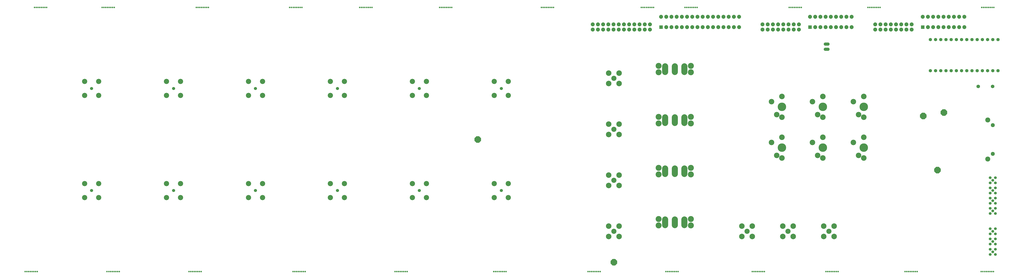
<source format=gbr>
G04 EAGLE Gerber RS-274X export*
G75*
%MOMM*%
%FSLAX34Y34*%
%LPD*%
%INSoldermask Bottom*%
%IPPOS*%
%AMOC8*
5,1,8,0,0,1.08239X$1,22.5*%
G01*
%ADD10C,0.752400*%
%ADD11C,1.502400*%
%ADD12C,2.552400*%
%ADD13C,2.514600*%
%ADD14C,2.705100*%
%ADD15C,1.752400*%
%ADD16C,1.352400*%
%ADD17C,2.927400*%
%ADD18C,2.927400*%
%ADD19P,3.412126X8X22.500000*%
%ADD20C,1.952400*%
%ADD21C,2.452400*%
%ADD22C,2.724000*%
%ADD23C,2.692400*%
%ADD24C,4.152800*%
%ADD25C,1.600200*%
%ADD26P,1.950900X8X22.500000*%
%ADD27R,1.802400X1.802400*%
%ADD28P,1.979475X8X22.500000*%
%ADD29C,1.524000*%


D10*
X4754000Y1447000D03*
X4762500Y1447000D03*
X4771000Y1447000D03*
X4779500Y1447000D03*
X4788000Y1447000D03*
X4796500Y1447000D03*
X4745500Y1447000D03*
X4805000Y1447000D03*
X4198500Y1447000D03*
X4207000Y1447000D03*
X4215500Y1447000D03*
X4224000Y1447000D03*
X4232500Y1447000D03*
X4241000Y1447000D03*
X4190000Y1447000D03*
X4249500Y1447000D03*
X3814500Y1447000D03*
X3823000Y1447000D03*
X3831500Y1447000D03*
X3840000Y1447000D03*
X3848500Y1447000D03*
X3857000Y1447000D03*
X3806000Y1447000D03*
X3865500Y1447000D03*
X3305500Y1447000D03*
X3314000Y1447000D03*
X3322500Y1447000D03*
X3331000Y1447000D03*
X3339500Y1447000D03*
X3348000Y1447000D03*
X3297000Y1447000D03*
X3356500Y1447000D03*
X3092500Y1447000D03*
X3101000Y1447000D03*
X3109500Y1447000D03*
X3118000Y1447000D03*
X3126500Y1447000D03*
X3135000Y1447000D03*
X3084000Y1447000D03*
X3143500Y1447000D03*
X2604500Y1447000D03*
X2613000Y1447000D03*
X2621500Y1447000D03*
X2630000Y1447000D03*
X2638500Y1447000D03*
X2647000Y1447000D03*
X2596000Y1447000D03*
X2655500Y1447000D03*
X2107500Y1447000D03*
X2116000Y1447000D03*
X2124500Y1447000D03*
X2133000Y1447000D03*
X2141500Y1447000D03*
X2150000Y1447000D03*
X2099000Y1447000D03*
X2158500Y1447000D03*
X1717500Y1447000D03*
X1726000Y1447000D03*
X1734500Y1447000D03*
X1743000Y1447000D03*
X1751500Y1447000D03*
X1760000Y1447000D03*
X1709000Y1447000D03*
X1768500Y1447000D03*
X1375500Y1447000D03*
X1384000Y1447000D03*
X1392500Y1447000D03*
X1401000Y1447000D03*
X1409500Y1447000D03*
X1418000Y1447000D03*
X1367000Y1447000D03*
X1426500Y1447000D03*
X919500Y1447000D03*
X928000Y1447000D03*
X936500Y1447000D03*
X945000Y1447000D03*
X953500Y1447000D03*
X962000Y1447000D03*
X911000Y1447000D03*
X970500Y1447000D03*
X459500Y1447000D03*
X468000Y1447000D03*
X476500Y1447000D03*
X485000Y1447000D03*
X493500Y1447000D03*
X502000Y1447000D03*
X451000Y1447000D03*
X510500Y1447000D03*
X129500Y1447000D03*
X138000Y1447000D03*
X146500Y1447000D03*
X155000Y1447000D03*
X163500Y1447000D03*
X172000Y1447000D03*
X121000Y1447000D03*
X180500Y1447000D03*
X126500Y153000D03*
X118000Y153000D03*
X109500Y153000D03*
X101000Y153000D03*
X92500Y153000D03*
X84000Y153000D03*
X135000Y153000D03*
X75500Y153000D03*
X526500Y153000D03*
X518000Y153000D03*
X509500Y153000D03*
X501000Y153000D03*
X492500Y153000D03*
X484000Y153000D03*
X535000Y153000D03*
X475500Y153000D03*
X926500Y153000D03*
X918000Y153000D03*
X909500Y153000D03*
X901000Y153000D03*
X892500Y153000D03*
X884000Y153000D03*
X935000Y153000D03*
X875500Y153000D03*
X1434500Y153000D03*
X1426000Y153000D03*
X1417500Y153000D03*
X1409000Y153000D03*
X1400500Y153000D03*
X1392000Y153000D03*
X1443000Y153000D03*
X1383500Y153000D03*
X1932500Y153000D03*
X1924000Y153000D03*
X1915500Y153000D03*
X1907000Y153000D03*
X1898500Y153000D03*
X1890000Y153000D03*
X1941000Y153000D03*
X1881500Y153000D03*
X2414500Y153000D03*
X2406000Y153000D03*
X2397500Y153000D03*
X2389000Y153000D03*
X2380500Y153000D03*
X2372000Y153000D03*
X2423000Y153000D03*
X2363500Y153000D03*
X2874500Y153000D03*
X2866000Y153000D03*
X2857500Y153000D03*
X2849000Y153000D03*
X2840500Y153000D03*
X2832000Y153000D03*
X2883000Y153000D03*
X2823500Y153000D03*
X3254500Y153000D03*
X3246000Y153000D03*
X3237500Y153000D03*
X3229000Y153000D03*
X3220500Y153000D03*
X3212000Y153000D03*
X3263000Y153000D03*
X3203500Y153000D03*
X3676500Y153000D03*
X3668000Y153000D03*
X3659500Y153000D03*
X3651000Y153000D03*
X3642500Y153000D03*
X3634000Y153000D03*
X3685000Y153000D03*
X3625500Y153000D03*
X4036500Y153000D03*
X4028000Y153000D03*
X4019500Y153000D03*
X4011000Y153000D03*
X4002500Y153000D03*
X3994000Y153000D03*
X4045000Y153000D03*
X3985500Y153000D03*
X4794500Y153000D03*
X4786000Y153000D03*
X4777500Y153000D03*
X4769000Y153000D03*
X4760500Y153000D03*
X4752000Y153000D03*
X4803000Y153000D03*
X4743500Y153000D03*
X4422500Y153000D03*
X4414000Y153000D03*
X4405500Y153000D03*
X4397000Y153000D03*
X4388500Y153000D03*
X4380000Y153000D03*
X4431000Y153000D03*
X4371500Y153000D03*
D11*
X400000Y1050000D03*
D12*
X434300Y1084300D03*
X365700Y1084300D03*
X365700Y1015700D03*
X434300Y1015700D03*
D11*
X800000Y1050000D03*
D12*
X834300Y1084300D03*
X765700Y1084300D03*
X765700Y1015700D03*
X834300Y1015700D03*
D11*
X2000000Y550000D03*
D12*
X2034300Y584300D03*
X1965700Y584300D03*
X1965700Y515700D03*
X2034300Y515700D03*
D11*
X2400000Y550000D03*
D12*
X2434300Y584300D03*
X2365700Y584300D03*
X2365700Y515700D03*
X2434300Y515700D03*
D11*
X1200000Y1050000D03*
D12*
X1234300Y1084300D03*
X1165700Y1084300D03*
X1165700Y1015700D03*
X1234300Y1015700D03*
D11*
X1600000Y1050000D03*
D12*
X1634300Y1084300D03*
X1565700Y1084300D03*
X1565700Y1015700D03*
X1634300Y1015700D03*
D11*
X2000000Y1050000D03*
D12*
X2034300Y1084300D03*
X1965700Y1084300D03*
X1965700Y1015700D03*
X2034300Y1015700D03*
D11*
X2400000Y1050000D03*
D12*
X2434300Y1084300D03*
X2365700Y1084300D03*
X2365700Y1015700D03*
X2434300Y1015700D03*
D11*
X400000Y550000D03*
D12*
X434300Y584300D03*
X365700Y584300D03*
X365700Y515700D03*
X434300Y515700D03*
D11*
X800000Y550000D03*
D12*
X834300Y584300D03*
X765700Y584300D03*
X765700Y515700D03*
X834300Y515700D03*
D11*
X1200000Y550000D03*
D12*
X1234300Y584300D03*
X1165700Y584300D03*
X1165700Y515700D03*
X1234300Y515700D03*
D11*
X1600000Y550000D03*
D12*
X1634300Y584300D03*
X1565700Y584300D03*
X1565700Y515700D03*
X1634300Y515700D03*
D13*
X4000000Y350000D03*
D14*
X3974600Y375400D03*
X4025400Y375400D03*
X3974600Y324600D03*
X4025400Y324600D03*
D13*
X2950000Y1100000D03*
D14*
X2924600Y1125400D03*
X2975400Y1125400D03*
X2924600Y1074600D03*
X2975400Y1074600D03*
D13*
X3800000Y350000D03*
D14*
X3774600Y375400D03*
X3825400Y375400D03*
X3774600Y324600D03*
X3825400Y324600D03*
D13*
X3600000Y350000D03*
D14*
X3574600Y375400D03*
X3625400Y375400D03*
X3574600Y324600D03*
X3625400Y324600D03*
D13*
X2950000Y350000D03*
D14*
X2924600Y375400D03*
X2975400Y375400D03*
X2924600Y324600D03*
X2975400Y324600D03*
D13*
X2950000Y600000D03*
D14*
X2924600Y625400D03*
X2975400Y625400D03*
X2924600Y574600D03*
X2975400Y574600D03*
D13*
X2950000Y850000D03*
D14*
X2924600Y875400D03*
X2975400Y875400D03*
X2924600Y824600D03*
X2975400Y824600D03*
D15*
X4799000Y1060000D03*
X4729000Y1060000D03*
D16*
X4800000Y250000D03*
X4787300Y262700D03*
X4787300Y237300D03*
X4812700Y237300D03*
X4812700Y262700D03*
X4800000Y300000D03*
X4787300Y312700D03*
X4787300Y287300D03*
X4812700Y287300D03*
X4812700Y312700D03*
X4800000Y350000D03*
X4787300Y362700D03*
X4787300Y337300D03*
X4812700Y337300D03*
X4812700Y362700D03*
X4800000Y600000D03*
X4787300Y612700D03*
X4787300Y587300D03*
X4812700Y587300D03*
X4812700Y612700D03*
X4800000Y550000D03*
X4787300Y562700D03*
X4787300Y537300D03*
X4812700Y537300D03*
X4812700Y562700D03*
X4800000Y500000D03*
X4787300Y512700D03*
X4787300Y487300D03*
X4812700Y487300D03*
X4812700Y512700D03*
X4800000Y450000D03*
X4787300Y462700D03*
X4787300Y437300D03*
X4812700Y437300D03*
X4812700Y462700D03*
D17*
X3247000Y631125D02*
X3247000Y658875D01*
X3294000Y658875D02*
X3294000Y631125D01*
X3200000Y631125D02*
X3200000Y658875D01*
D18*
X3325750Y660900D03*
X3325750Y629100D03*
X3168250Y660900D03*
X3168250Y629100D03*
D17*
X3247000Y881125D02*
X3247000Y908875D01*
X3294000Y908875D02*
X3294000Y881125D01*
X3200000Y881125D02*
X3200000Y908875D01*
D18*
X3325750Y910900D03*
X3325750Y879100D03*
X3168250Y910900D03*
X3168250Y879100D03*
D17*
X3247000Y1131125D02*
X3247000Y1158875D01*
X3294000Y1158875D02*
X3294000Y1131125D01*
X3200000Y1131125D02*
X3200000Y1158875D01*
D18*
X3325750Y1160900D03*
X3325750Y1129100D03*
X3168250Y1160900D03*
X3168250Y1129100D03*
D17*
X3247000Y408875D02*
X3247000Y381125D01*
X3294000Y381125D02*
X3294000Y408875D01*
X3200000Y408875D02*
X3200000Y381125D01*
D18*
X3325750Y410900D03*
X3325750Y379100D03*
X3168250Y410900D03*
X3168250Y379100D03*
D19*
X2950000Y199000D03*
X2285000Y800000D03*
X4561000Y932000D03*
D20*
X4800000Y870000D03*
X4800000Y730000D03*
D21*
X4775000Y896000D03*
X4775000Y704000D03*
D22*
X3770000Y709200D03*
X3770000Y810800D03*
D23*
X3744600Y721900D03*
X3719200Y785400D03*
D24*
X3770000Y760000D03*
D22*
X3770000Y909200D03*
X3770000Y1010800D03*
D23*
X3744600Y921900D03*
X3719200Y985400D03*
D24*
X3770000Y960000D03*
D22*
X3970000Y909200D03*
X3970000Y1010800D03*
D23*
X3944600Y921900D03*
X3919200Y985400D03*
D24*
X3970000Y960000D03*
D22*
X3970000Y709200D03*
X3970000Y810800D03*
D23*
X3944600Y721900D03*
X3919200Y785400D03*
D24*
X3970000Y760000D03*
D25*
X4825100Y1289200D03*
X4799700Y1289200D03*
X4774300Y1289200D03*
X4748900Y1289200D03*
X4723500Y1289200D03*
X4698100Y1289200D03*
X4672700Y1289200D03*
X4647300Y1289200D03*
X4621900Y1289200D03*
X4596500Y1289200D03*
X4571100Y1289200D03*
X4545700Y1289200D03*
X4520300Y1289200D03*
X4494900Y1289200D03*
X4774300Y1136800D03*
X4799700Y1136800D03*
X4825100Y1136800D03*
X4494900Y1136800D03*
X4520300Y1136800D03*
X4545700Y1136800D03*
X4571100Y1136800D03*
X4596500Y1136800D03*
X4621900Y1136800D03*
X4647300Y1136800D03*
X4672700Y1136800D03*
X4698100Y1136800D03*
X4723500Y1136800D03*
X4748900Y1136800D03*
D26*
X3932900Y1350000D03*
D27*
X3907500Y1350000D03*
D26*
X3958300Y1350000D03*
X3983700Y1350000D03*
X4009100Y1350000D03*
X4034500Y1350000D03*
X4059900Y1350000D03*
X4085300Y1350000D03*
X4110700Y1350000D03*
X3907500Y1400800D03*
X3932900Y1400800D03*
X3958300Y1400800D03*
X3983700Y1400800D03*
X4009100Y1400800D03*
X4034500Y1400800D03*
X4059900Y1400800D03*
X4085300Y1400800D03*
X4110700Y1400800D03*
X4483400Y1350000D03*
D27*
X4458000Y1350000D03*
D26*
X4508800Y1350000D03*
X4534200Y1350000D03*
X4559600Y1350000D03*
X4585000Y1350000D03*
X4610400Y1350000D03*
X4635800Y1350000D03*
X4661200Y1350000D03*
X4458000Y1400800D03*
X4483400Y1400800D03*
X4508800Y1400800D03*
X4534200Y1400800D03*
X4559600Y1400800D03*
X4585000Y1400800D03*
X4610400Y1400800D03*
X4635800Y1400800D03*
X4661200Y1400800D03*
D28*
X3675600Y1338300D03*
X3675600Y1363700D03*
X3701000Y1338300D03*
X3701000Y1363700D03*
X3726400Y1338300D03*
X3726400Y1363700D03*
X3751800Y1338300D03*
X3751800Y1363700D03*
X3777200Y1338300D03*
X3777200Y1363700D03*
X3802600Y1338300D03*
X3802600Y1363700D03*
X3828000Y1338300D03*
X3828000Y1363700D03*
X3853400Y1338300D03*
X3853400Y1363700D03*
X4226100Y1338300D03*
X4226100Y1363700D03*
X4251500Y1338300D03*
X4251500Y1363700D03*
X4276900Y1338300D03*
X4276900Y1363700D03*
X4302300Y1338300D03*
X4302300Y1363700D03*
X4327700Y1338300D03*
X4327700Y1363700D03*
X4353100Y1338300D03*
X4353100Y1363700D03*
X4378500Y1338300D03*
X4378500Y1363700D03*
X4403900Y1338300D03*
X4403900Y1363700D03*
D22*
X4170000Y909200D03*
X4170000Y1010800D03*
D23*
X4144600Y921900D03*
X4119200Y985400D03*
D24*
X4170000Y960000D03*
D22*
X4170000Y709200D03*
X4170000Y810800D03*
D23*
X4144600Y721900D03*
X4119200Y785400D03*
D24*
X4170000Y760000D03*
D28*
X2846300Y1338300D03*
X2846300Y1363700D03*
X2871700Y1338300D03*
X2871700Y1363700D03*
X2897100Y1338300D03*
X2897100Y1363700D03*
X2922500Y1338300D03*
X2922500Y1363700D03*
X2947900Y1338300D03*
X2947900Y1363700D03*
X2973300Y1338300D03*
X2973300Y1363700D03*
X2998700Y1338300D03*
X2998700Y1363700D03*
X3024100Y1338300D03*
X3024100Y1363700D03*
X3049500Y1338300D03*
X3049500Y1363700D03*
X3074900Y1338300D03*
X3074900Y1363700D03*
X3100300Y1338300D03*
X3100300Y1363700D03*
X3125700Y1338300D03*
X3125700Y1363700D03*
D19*
X4460000Y915000D03*
X4530000Y650000D03*
D29*
X3995858Y1242000D02*
X3982142Y1242000D01*
X3982142Y1267400D02*
X3995858Y1267400D01*
D26*
X3205400Y1350000D03*
D27*
X3180000Y1350000D03*
D26*
X3230800Y1350000D03*
X3256200Y1350000D03*
X3281600Y1350000D03*
X3307000Y1350000D03*
X3332400Y1350000D03*
X3357800Y1350000D03*
X3383200Y1350000D03*
X3180000Y1400800D03*
X3408600Y1350000D03*
X3434000Y1350000D03*
X3459400Y1350000D03*
X3484800Y1350000D03*
X3510200Y1350000D03*
X3535600Y1350000D03*
X3561000Y1350000D03*
X3205400Y1400800D03*
X3230800Y1400800D03*
X3256200Y1400800D03*
X3281600Y1400800D03*
X3307000Y1400800D03*
X3332400Y1400800D03*
X3357800Y1400800D03*
X3383200Y1400800D03*
X3408600Y1400800D03*
X3434000Y1400800D03*
X3459400Y1400800D03*
X3484800Y1400800D03*
X3510200Y1400800D03*
X3535600Y1400800D03*
X3561000Y1400800D03*
M02*

</source>
